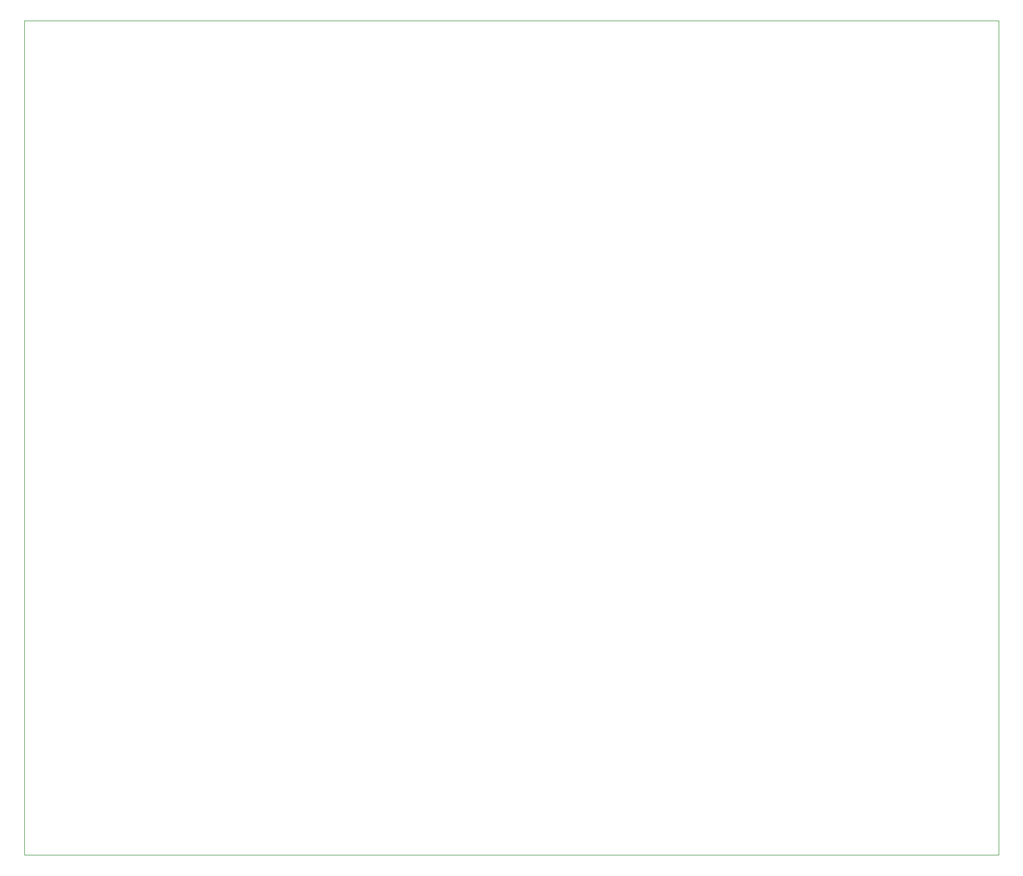
<source format=gbr>
%TF.GenerationSoftware,KiCad,Pcbnew,9.0.5-1.fc42*%
%TF.CreationDate,2025-11-13T19:00:46-05:00*%
%TF.ProjectId,ProyectoDigital,50726f79-6563-4746-9f44-69676974616c,rev?*%
%TF.SameCoordinates,Original*%
%TF.FileFunction,Profile,NP*%
%FSLAX46Y46*%
G04 Gerber Fmt 4.6, Leading zero omitted, Abs format (unit mm)*
G04 Created by KiCad (PCBNEW 9.0.5-1.fc42) date 2025-11-13 19:00:46*
%MOMM*%
%LPD*%
G01*
G04 APERTURE LIST*
%TA.AperFunction,Profile*%
%ADD10C,0.050000*%
%TD*%
G04 APERTURE END LIST*
D10*
X45500000Y-30000000D02*
X201500000Y-30000000D01*
X201500000Y-163500000D01*
X45500000Y-163500000D01*
X45500000Y-30000000D01*
M02*

</source>
